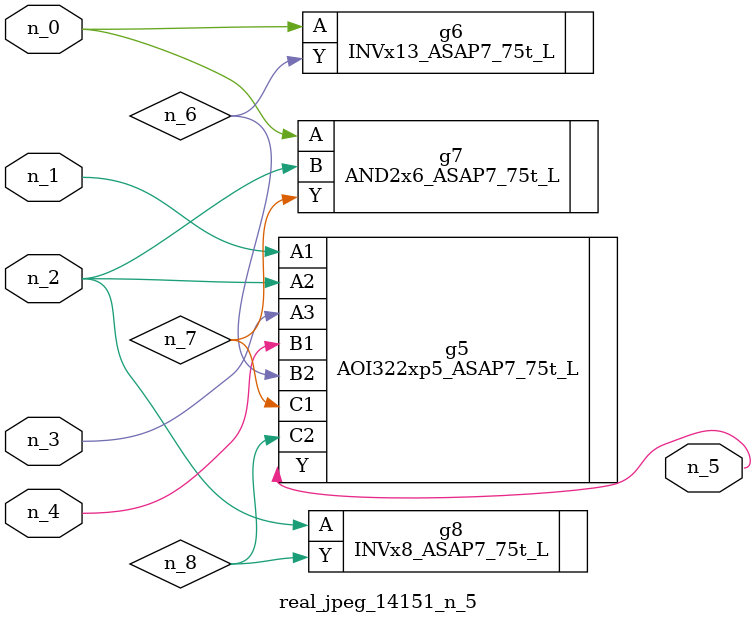
<source format=v>
module real_jpeg_14151_n_5 (n_4, n_0, n_1, n_2, n_3, n_5);

input n_4;
input n_0;
input n_1;
input n_2;
input n_3;

output n_5;

wire n_8;
wire n_6;
wire n_7;

INVx13_ASAP7_75t_L g6 ( 
.A(n_0),
.Y(n_6)
);

AND2x6_ASAP7_75t_L g7 ( 
.A(n_0),
.B(n_2),
.Y(n_7)
);

AOI322xp5_ASAP7_75t_L g5 ( 
.A1(n_1),
.A2(n_2),
.A3(n_3),
.B1(n_4),
.B2(n_6),
.C1(n_7),
.C2(n_8),
.Y(n_5)
);

INVx8_ASAP7_75t_L g8 ( 
.A(n_2),
.Y(n_8)
);


endmodule
</source>
